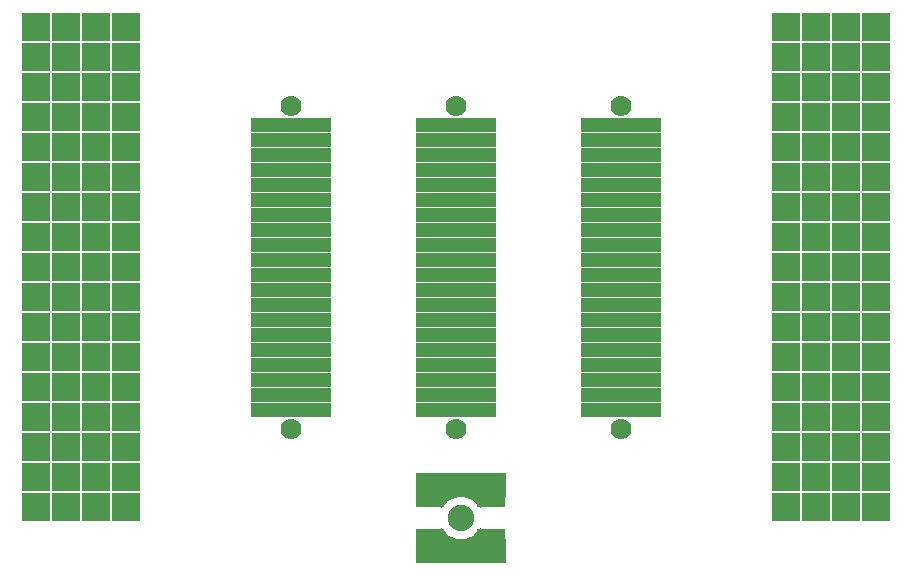
<source format=gts>
G04 #@! TF.FileFunction,Soldermask,Top*
%FSLAX46Y46*%
G04 Gerber Fmt 4.6, Leading zero omitted, Abs format (unit mm)*
G04 Created by KiCad (PCBNEW 4.0.1-stable) date 2017-04-12 2:11:18 PM*
%MOMM*%
G01*
G04 APERTURE LIST*
%ADD10C,0.150000*%
%ADD11R,2.407920X2.407920*%
%ADD12R,3.428000X1.248000*%
%ADD13C,1.778000*%
%ADD14R,2.418000X2.858000*%
%ADD15R,7.618000X2.018000*%
%ADD16C,2.238000*%
G04 APERTURE END LIST*
D10*
D11*
X104140000Y-43180000D03*
X106680000Y-43180000D03*
X109220000Y-43180000D03*
X111760000Y-43180000D03*
X104140000Y-45720000D03*
X106680000Y-45720000D03*
X109220000Y-45720000D03*
X111760000Y-45720000D03*
X104140000Y-48260000D03*
X106680000Y-48260000D03*
X109220000Y-48260000D03*
X111760000Y-48260000D03*
X104140000Y-50800000D03*
X106680000Y-50800000D03*
X109220000Y-50800000D03*
X111760000Y-50800000D03*
X104140000Y-53340000D03*
X106680000Y-53340000D03*
X109220000Y-53340000D03*
X111760000Y-53340000D03*
X104140000Y-55880000D03*
X106680000Y-55880000D03*
X109220000Y-55880000D03*
X111760000Y-55880000D03*
X104140000Y-58420000D03*
X106680000Y-58420000D03*
X109220000Y-58420000D03*
X111760000Y-58420000D03*
X104140000Y-60960000D03*
X106680000Y-60960000D03*
X109220000Y-60960000D03*
X111760000Y-60960000D03*
X104140000Y-63500000D03*
X106680000Y-63500000D03*
X109220000Y-63500000D03*
X111760000Y-63500000D03*
X104140000Y-66040000D03*
X106680000Y-66040000D03*
X109220000Y-66040000D03*
X111760000Y-66040000D03*
X104140000Y-68580000D03*
X106680000Y-68580000D03*
X109220000Y-68580000D03*
X111760000Y-68580000D03*
X104140000Y-71120000D03*
X106680000Y-71120000D03*
X109220000Y-71120000D03*
X111760000Y-71120000D03*
X104140000Y-73660000D03*
X106680000Y-73660000D03*
X109220000Y-73660000D03*
X111760000Y-73660000D03*
X104140000Y-76200000D03*
X106680000Y-76200000D03*
X109220000Y-76200000D03*
X111760000Y-76200000D03*
X104140000Y-78740000D03*
X106680000Y-78740000D03*
X109220000Y-78740000D03*
X111760000Y-78740000D03*
X40640000Y-78740000D03*
X43180000Y-78740000D03*
X45720000Y-78740000D03*
X48260000Y-78740000D03*
X40640000Y-76200000D03*
X43180000Y-76200000D03*
X45720000Y-76200000D03*
X48260000Y-76200000D03*
X40640000Y-73660000D03*
X43180000Y-73660000D03*
X45720000Y-73660000D03*
X48260000Y-73660000D03*
X40640000Y-71120000D03*
X43180000Y-71120000D03*
X45720000Y-71120000D03*
X48260000Y-71120000D03*
X40640000Y-68580000D03*
X43180000Y-68580000D03*
X45720000Y-68580000D03*
X48260000Y-68580000D03*
X40640000Y-66040000D03*
X43180000Y-66040000D03*
X45720000Y-66040000D03*
X48260000Y-66040000D03*
X40640000Y-63500000D03*
X43180000Y-63500000D03*
X45720000Y-63500000D03*
X48260000Y-63500000D03*
X40640000Y-60960000D03*
X43180000Y-60960000D03*
X45720000Y-60960000D03*
X48260000Y-60960000D03*
X40640000Y-58420000D03*
X43180000Y-58420000D03*
X45720000Y-58420000D03*
X48260000Y-58420000D03*
X40640000Y-55880000D03*
X43180000Y-55880000D03*
X45720000Y-55880000D03*
X48260000Y-55880000D03*
X40640000Y-53340000D03*
X43180000Y-53340000D03*
X45720000Y-53340000D03*
X48260000Y-53340000D03*
X40640000Y-50800000D03*
X43180000Y-50800000D03*
X45720000Y-50800000D03*
X48260000Y-50800000D03*
X40640000Y-48260000D03*
X43180000Y-48260000D03*
X45720000Y-48260000D03*
X48260000Y-48260000D03*
X40640000Y-45720000D03*
X43180000Y-45720000D03*
X45720000Y-45720000D03*
X48260000Y-45720000D03*
X40640000Y-43180000D03*
X43180000Y-43180000D03*
X45720000Y-43180000D03*
X48260000Y-43180000D03*
X48260000Y-40640000D03*
X48260000Y-81280000D03*
X104140000Y-81280000D03*
X104140000Y-40640000D03*
X45720000Y-40640000D03*
X43180000Y-40640000D03*
X45720000Y-81280000D03*
X43180000Y-81280000D03*
X106680000Y-81280000D03*
X109220000Y-81280000D03*
X106680000Y-40640000D03*
X109220000Y-40640000D03*
X40640000Y-40640000D03*
X40640000Y-81280000D03*
X111760000Y-81280000D03*
X111760000Y-40640000D03*
D12*
X91885000Y-61595000D03*
X91885000Y-60325000D03*
X91885000Y-48895000D03*
D13*
X90170000Y-47307500D03*
X90170000Y-74612500D03*
D12*
X88455000Y-50165000D03*
X88455000Y-48895000D03*
X91885000Y-50165000D03*
X91885000Y-53975000D03*
X91885000Y-55245000D03*
X91885000Y-52705000D03*
X91885000Y-51435000D03*
X88455000Y-51435000D03*
X88455000Y-52705000D03*
X88455000Y-55245000D03*
X88455000Y-53975000D03*
X91885000Y-67945000D03*
X91885000Y-69215000D03*
X91885000Y-71755000D03*
X91885000Y-70485000D03*
X88455000Y-70485000D03*
X88455000Y-71755000D03*
X88455000Y-69215000D03*
X88455000Y-67945000D03*
X88455000Y-73025000D03*
X91885000Y-73025000D03*
X91885000Y-66675000D03*
X88455000Y-66675000D03*
X88455000Y-59055000D03*
X88455000Y-60325000D03*
X88455000Y-57785000D03*
X88455000Y-56515000D03*
X88455000Y-61595000D03*
X88455000Y-62865000D03*
X88455000Y-65405000D03*
X88455000Y-64135000D03*
X91885000Y-64135000D03*
X91885000Y-65405000D03*
X91885000Y-62865000D03*
X91885000Y-56515000D03*
X91885000Y-57785000D03*
X91885000Y-59055000D03*
X77915000Y-61595000D03*
X77915000Y-60325000D03*
X77915000Y-48895000D03*
D13*
X76200000Y-47307500D03*
X76200000Y-74612500D03*
D12*
X74485000Y-50165000D03*
X74485000Y-48895000D03*
X77915000Y-50165000D03*
X77915000Y-53975000D03*
X77915000Y-55245000D03*
X77915000Y-52705000D03*
X77915000Y-51435000D03*
X74485000Y-51435000D03*
X74485000Y-52705000D03*
X74485000Y-55245000D03*
X74485000Y-53975000D03*
X77915000Y-67945000D03*
X77915000Y-69215000D03*
X77915000Y-71755000D03*
X77915000Y-70485000D03*
X74485000Y-70485000D03*
X74485000Y-71755000D03*
X74485000Y-69215000D03*
X74485000Y-67945000D03*
X74485000Y-73025000D03*
X77915000Y-73025000D03*
X77915000Y-66675000D03*
X74485000Y-66675000D03*
X74485000Y-59055000D03*
X74485000Y-60325000D03*
X74485000Y-57785000D03*
X74485000Y-56515000D03*
X74485000Y-61595000D03*
X74485000Y-62865000D03*
X74485000Y-65405000D03*
X74485000Y-64135000D03*
X77915000Y-64135000D03*
X77915000Y-65405000D03*
X77915000Y-62865000D03*
X77915000Y-56515000D03*
X77915000Y-57785000D03*
X77915000Y-59055000D03*
X63945000Y-61595000D03*
X63945000Y-60325000D03*
X63945000Y-48895000D03*
D13*
X62230000Y-47307500D03*
X62230000Y-74612500D03*
D12*
X60515000Y-50165000D03*
X60515000Y-48895000D03*
X63945000Y-50165000D03*
X63945000Y-53975000D03*
X63945000Y-55245000D03*
X63945000Y-52705000D03*
X63945000Y-51435000D03*
X60515000Y-51435000D03*
X60515000Y-52705000D03*
X60515000Y-55245000D03*
X60515000Y-53975000D03*
X63945000Y-67945000D03*
X63945000Y-69215000D03*
X63945000Y-71755000D03*
X63945000Y-70485000D03*
X60515000Y-70485000D03*
X60515000Y-71755000D03*
X60515000Y-69215000D03*
X60515000Y-67945000D03*
X60515000Y-73025000D03*
X63945000Y-73025000D03*
X63945000Y-66675000D03*
X60515000Y-66675000D03*
X60515000Y-59055000D03*
X60515000Y-60325000D03*
X60515000Y-57785000D03*
X60515000Y-56515000D03*
X60515000Y-61595000D03*
X60515000Y-62865000D03*
X60515000Y-65405000D03*
X60515000Y-64135000D03*
X63945000Y-64135000D03*
X63945000Y-65405000D03*
X63945000Y-62865000D03*
X63945000Y-56515000D03*
X63945000Y-57785000D03*
X63945000Y-59055000D03*
D10*
G36*
X76529509Y-85717421D02*
X76013742Y-84300365D01*
X78370491Y-83442579D01*
X78886258Y-84859635D01*
X76529509Y-85717421D01*
X76529509Y-85717421D01*
G37*
G36*
X74313742Y-84859635D02*
X74829509Y-83442579D01*
X77186258Y-84300365D01*
X76670491Y-85717421D01*
X74313742Y-84859635D01*
X74313742Y-84859635D01*
G37*
G36*
X76013742Y-80099635D02*
X76529509Y-78682579D01*
X78886258Y-79540365D01*
X78370491Y-80957421D01*
X76013742Y-80099635D01*
X76013742Y-80099635D01*
G37*
G36*
X74829509Y-80957421D02*
X74313742Y-79540365D01*
X76670491Y-78682579D01*
X77186258Y-80099635D01*
X74829509Y-80957421D01*
X74829509Y-80957421D01*
G37*
G36*
X78016425Y-84850562D02*
X77244252Y-84202633D01*
X78213575Y-83047438D01*
X78985748Y-83695367D01*
X78016425Y-84850562D01*
X78016425Y-84850562D01*
G37*
G36*
X74214252Y-83695367D02*
X74986425Y-83047438D01*
X75955748Y-84202633D01*
X75183575Y-84850562D01*
X74214252Y-83695367D01*
X74214252Y-83695367D01*
G37*
G36*
X77244252Y-80197367D02*
X78016425Y-79549438D01*
X78985748Y-80704633D01*
X78213575Y-81352562D01*
X77244252Y-80197367D01*
X77244252Y-80197367D01*
G37*
G36*
X74986425Y-81352562D02*
X74214252Y-80704633D01*
X75183575Y-79549438D01*
X75955748Y-80197367D01*
X74986425Y-81352562D01*
X74986425Y-81352562D01*
G37*
D14*
X79200000Y-84580000D03*
D15*
X76600000Y-85000000D03*
D14*
X74000000Y-84580000D03*
X79200000Y-79820000D03*
D16*
X76600000Y-82200000D03*
D15*
X76600000Y-79400000D03*
D14*
X74000000Y-79820000D03*
M02*

</source>
